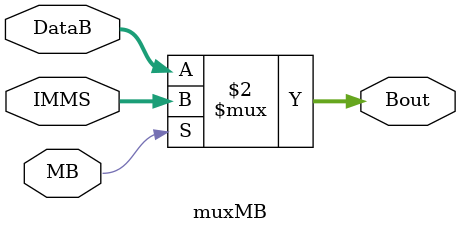
<source format=v>
module muxMB(MB, DataB, IMMS, Bout);
	input MB;
	input [7:0] IMMS;
	input [7:0] DataB;
	
	output [7:0] Bout;
	
	assign Bout = (MB == 1'b0) ? DataB : IMMS;

endmodule
</source>
